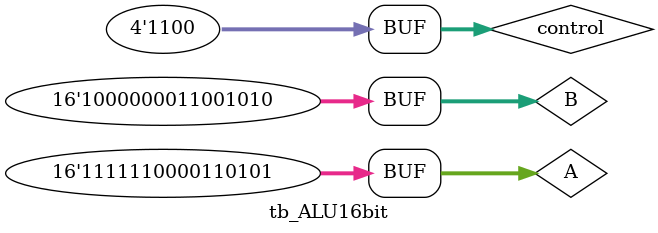
<source format=v>
`include "ALU16bit.v"

module tb_ALU16bit;
  reg [15:0] A, B;
  reg [3:0] control;
  wire [15:0] result;
  wire overflow;

  ALU16bit uut(.A(A),.B(B),.control(control),.result(result),.overflow(overflow));
  initial begin
    A = 16'b0000_1100_0011_0101;
    B = 16'b0000_0000_1100_1010;
    control = 4'b0000;
    #10
    control = 4'b0001;
    #10
    control = 4'b0010;
    #10
    control = 4'b0110;
    #10
    control = 4'b0111;
    #10
    control = 4'b1100;
    #10
    A = 16'b1111_1100_0011_0101;
    B = 16'b1000_0000_1100_1010;
    control = 4'b0000;
    #10
    control = 4'b0001;
    #10
    control = 4'b0010;
    #10
    control = 4'b0110;
    #10
    control = 4'b0111;
    #10
    control = 4'b1100;
  end
  initial begin
    $monitor("A=%b B=%b control=%b : result=%b overflow=%b",A,B,control,result,overflow);
  end
endmodule

</source>
